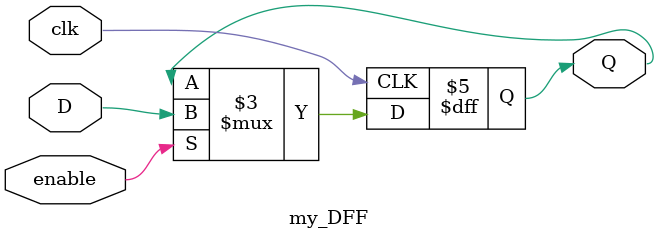
<source format=v>
module top_module (
    input clk,
    input enable,
    input S,
    input A, B, C,
    output reg Z ); 
    wire [7:0] Q;
    my_DFF dff0(.clk(clk), .enable(enable), .D(S), .Q(Q[0]));
    my_DFF dff1(.clk(clk), .enable(enable), .D(Q[0]), .Q(Q[1]));
    my_DFF dff2(.clk(clk), .enable(enable), .D(Q[1]), .Q(Q[2]));
    my_DFF dff3(.clk(clk), .enable(enable), .D(Q[2]), .Q(Q[3]));
    my_DFF dff4(.clk(clk), .enable(enable), .D(Q[3]), .Q(Q[4]));
    my_DFF dff5(.clk(clk), .enable(enable), .D(Q[4]), .Q(Q[5]));
    my_DFF dff6(.clk(clk), .enable(enable), .D(Q[5]), .Q(Q[6]));
    my_DFF dff7(.clk(clk), .enable(enable), .D(Q[6]), .Q(Q[7]));
    always@(*) begin
    case({A,B,C}) 
        3'b000: Z = Q[0];
        3'b001: Z = Q[1];
        3'b010: Z = Q[2];
        3'b011: Z = Q[3];
        3'b100: Z = Q[4];
        3'b101: Z = Q[5];
        3'b110: Z = Q[6];
        3'b111: Z = Q[7];
        default: Z = 1'b0;
        endcase
    end
endmodule

module my_DFF (input clk, input enable, input D, output reg Q);
    always@(posedge clk) begin
        if(enable)
            Q <= D;
        else
            Q <= Q;
    end
endmodule
</source>
